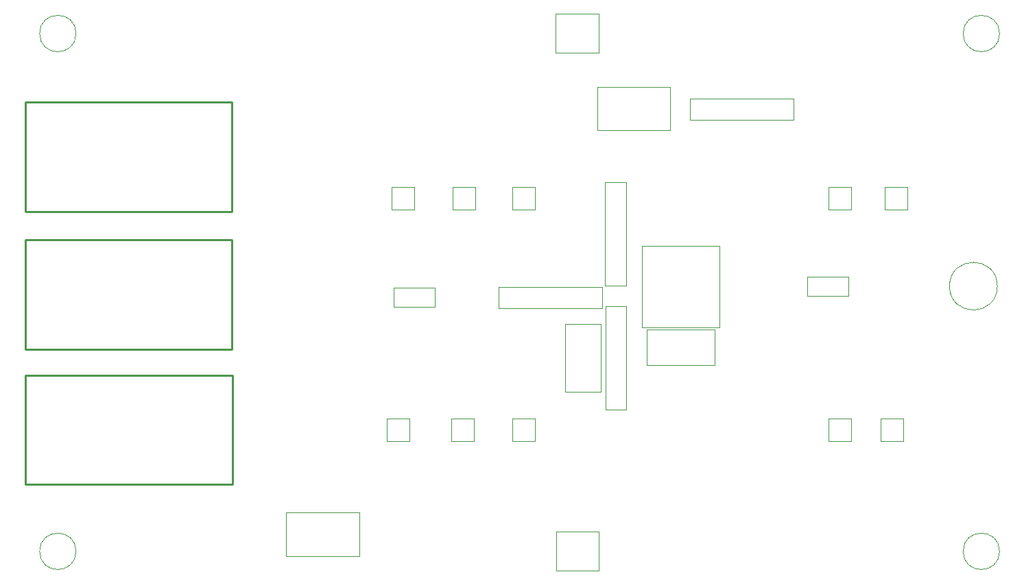
<source format=gbr>
G04*
G04 #@! TF.GenerationSoftware,Altium Limited,Altium Designer,24.1.2 (44)*
G04*
G04 Layer_Color=8388608*
%FSLAX44Y44*%
%MOMM*%
G71*
G04*
G04 #@! TF.SameCoordinates,C4B2C0E0-4E9B-487C-9046-04FF2B3DFFC7*
G04*
G04*
G04 #@! TF.FilePolarity,Positive*
G04*
G01*
G75*
%ADD12C,0.0500*%
%ADD13C,0.1000*%
%ADD18C,0.2540*%
D12*
X746000Y600250D02*
X836000D01*
X746000D02*
Y654250D01*
X836000Y600250D02*
Y654250D01*
X817000D02*
X836000D01*
X746000D02*
X817000D01*
X362000Y73750D02*
X452000D01*
X362000D02*
Y127750D01*
X452000Y73750D02*
Y127750D01*
X433000D02*
X452000D01*
X362000D02*
X433000D01*
X694840Y696120D02*
Y744380D01*
X747840D01*
Y696120D02*
Y744380D01*
X694840Y696120D02*
X747840D01*
X695160Y104130D02*
X748160D01*
X695160Y55870D02*
Y104130D01*
Y55870D02*
X748160D01*
Y104130D01*
X800900Y356800D02*
Y457700D01*
X896600Y356800D02*
Y457700D01*
X800900Y356800D02*
X896600D01*
X800900Y457700D02*
X896600D01*
D13*
X1242500Y720000D02*
G03*
X1242500Y720000I-22500J0D01*
G01*
X102500D02*
G03*
X102500Y720000I-22500J0D01*
G01*
Y80000D02*
G03*
X102500Y80000I-22500J0D01*
G01*
X1242500D02*
G03*
X1242500Y80000I-22500J0D01*
G01*
X1239750Y407750D02*
G03*
X1239750Y407750I-29500J0D01*
G01*
X706500Y277000D02*
X750500D01*
Y361000D01*
X706500D02*
X750500D01*
X706500Y277000D02*
Y361000D01*
X494441Y381936D02*
X545344D01*
X494441Y405746D02*
X545344D01*
Y381936D02*
Y405746D01*
X494441Y381936D02*
Y405746D01*
X756000Y255000D02*
Y383000D01*
X782000Y255000D02*
Y383000D01*
X756000D02*
X782000D01*
X756000Y255000D02*
X782000D01*
X1005191Y395436D02*
Y419246D01*
X1056094Y395436D02*
Y419246D01*
X1005191D02*
X1056094D01*
X1005191Y395436D02*
X1056094D01*
X640745Y502249D02*
Y530249D01*
X668745Y502249D02*
Y530249D01*
X640745D02*
X668745D01*
X640745Y502249D02*
X668745D01*
X567750Y502250D02*
Y530250D01*
X595750Y502250D02*
Y530250D01*
X567750D02*
X595750D01*
X567750Y502250D02*
X595750D01*
X491745Y502249D02*
Y530249D01*
X519745Y502249D02*
Y530249D01*
X491745D02*
X519745D01*
X491745Y502249D02*
X519745D01*
X641000Y216000D02*
Y244000D01*
X669000Y216000D02*
Y244000D01*
X641000D02*
X669000D01*
X641000Y216000D02*
X669000D01*
X566000D02*
Y244000D01*
X594000Y216000D02*
Y244000D01*
X566000D02*
X594000D01*
X566000Y216000D02*
X594000D01*
X486000D02*
Y244000D01*
X514000Y216000D02*
Y244000D01*
X486000D02*
X514000D01*
X486000Y216000D02*
X514000D01*
X1101000Y502250D02*
Y530250D01*
X1129000Y502250D02*
Y530250D01*
X1101000D02*
X1129000D01*
X1101000Y502250D02*
X1129000D01*
X1031000D02*
Y530250D01*
X1059000Y502250D02*
Y530250D01*
X1031000D02*
X1059000D01*
X1031000Y502250D02*
X1059000D01*
X1031000Y216000D02*
Y244000D01*
X1059000Y216000D02*
Y244000D01*
X1031000D02*
X1059000D01*
X1031000Y216000D02*
X1059000D01*
X1096000D02*
X1124000D01*
X1096000Y244000D02*
X1124000D01*
X1096000Y216000D02*
Y244000D01*
X1124000Y216000D02*
Y244000D01*
X751750Y380500D02*
Y406500D01*
X623750Y380500D02*
Y406500D01*
X751750D01*
X623750Y380500D02*
X751750D01*
X755500Y408000D02*
X781500D01*
X755500Y536000D02*
X781500D01*
Y408000D02*
Y536000D01*
X755500Y408000D02*
Y536000D01*
X988500Y613500D02*
Y639500D01*
X860500Y613500D02*
Y639500D01*
X988500D01*
X860500Y613500D02*
X988500D01*
X807250Y354250D02*
X891250D01*
Y310250D02*
Y354250D01*
X807250Y310250D02*
X891250D01*
X807250D02*
Y354250D01*
D18*
X40250Y162750D02*
Y297750D01*
Y162750D02*
X295250D01*
X40250Y297750D02*
X295250D01*
Y162750D02*
Y297750D01*
X40000Y500000D02*
Y635000D01*
Y500000D02*
X295000D01*
X40000Y635000D02*
X295000D01*
Y500000D02*
Y635000D01*
X40000Y330000D02*
Y465000D01*
Y330000D02*
X295000D01*
X40000Y465000D02*
X295000D01*
Y330000D02*
Y465000D01*
M02*

</source>
